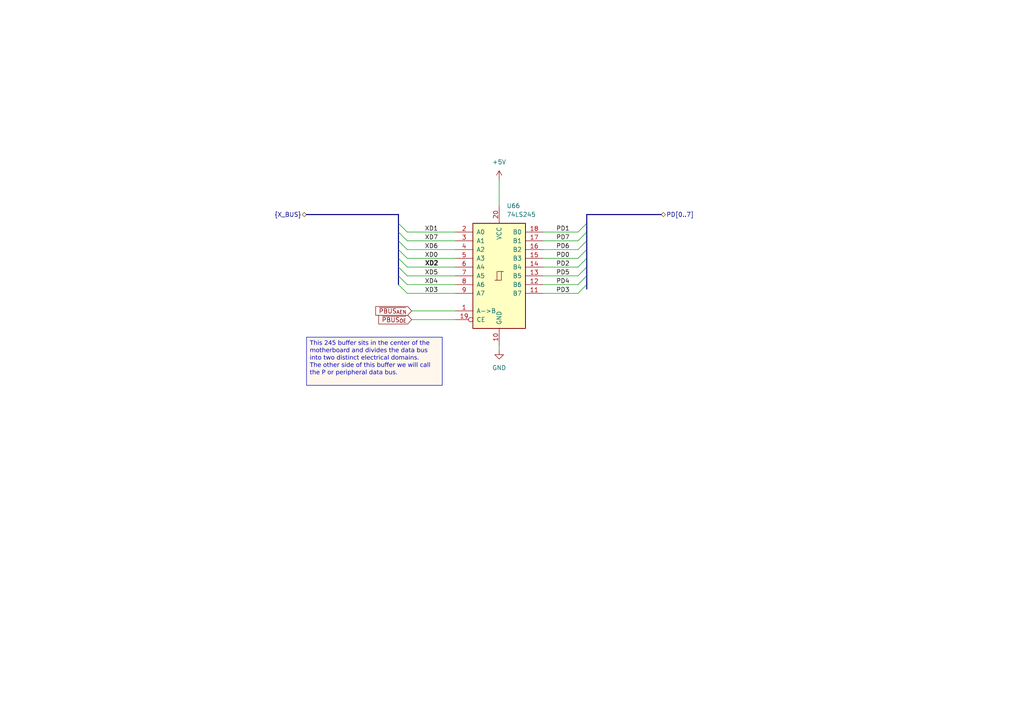
<source format=kicad_sch>
(kicad_sch (version 20250114) (generator "eeschema") (generator_version "9.0")
  (paper "A4")
  (lib_symbols
    (symbol "74xx:74LS245" (pin_names (offset 1.016))
      (property "Reference" "U" (at -7.62 16.51 0))
      (property "Value" "74LS245" (at -7.62 -16.51 0))
      (symbol "74LS245_1_0"
        (polyline (pts (xy -1.27 -1.27) (xy 0.635 -1.27) (xy 0.635 1.27) (xy 1.27 1.27)))
        (polyline (pts (xy -0.635 -1.27) (xy -0.635 1.27) (xy 0.635 1.27)))
        (pin tri_state line (at -12.7 12.7 0) (length 5.08) (name "A0") (number "2"))
        (pin tri_state line (at -12.7 10.16 0) (length 5.08) (name "A1") (number "3"))
        (pin tri_state line (at -12.7 7.62 0) (length 5.08) (name "A2") (number "4"))
        (pin tri_state line (at -12.7 5.08 0) (length 5.08) (name "A3") (number "5"))
        (pin tri_state line (at -12.7 2.54 0) (length 5.08) (name "A4") (number "6"))
        (pin tri_state line (at -12.7 0 0) (length 5.08) (name "A5") (number "7"))
        (pin tri_state line (at -12.7 -2.54 0) (length 5.08) (name "A6") (number "8"))
        (pin tri_state line (at -12.7 -5.08 0) (length 5.08) (name "A7") (number "9"))
        (pin input line (at -12.7 -10.16 0) (length 5.08) (name "A->B") (number "1"))
        (pin input inverted (at -12.7 -12.7 0) (length 5.08) (name "CE") (number "19"))
        (pin power_in line (at 0 20.32 270) (length 5.08) (name "VCC") (number "20"))
        (pin power_in line (at 0 -20.32 90) (length 5.08) (name "GND") (number "10"))
        (pin tri_state line (at 12.7 12.7 180) (length 5.08) (name "B0") (number "18"))
        (pin tri_state line (at 12.7 10.16 180) (length 5.08) (name "B1") (number "17"))
        (pin tri_state line (at 12.7 7.62 180) (length 5.08) (name "B2") (number "16"))
        (pin tri_state line (at 12.7 5.08 180) (length 5.08) (name "B3") (number "15"))
        (pin tri_state line (at 12.7 2.54 180) (length 5.08) (name "B4") (number "14"))
        (pin tri_state line (at 12.7 0 180) (length 5.08) (name "B5") (number "13"))
        (pin tri_state line (at 12.7 -2.54 180) (length 5.08) (name "B6") (number "12"))
        (pin tri_state line (at 12.7 -5.08 180) (length 5.08) (name "B7") (number "11"))
      )
      (symbol "74LS245_1_1"
        (rectangle (start -7.62 15.24) (end 7.62 -15.24) (stroke (width 0.254)) (fill (type background)))
      )
    )
    (symbol "power:+5V" (power) (pin_numbers (hide yes)) (pin_names (offset 0) (hide yes))
      (property "Value" "+5V" (at 0 3.556 0))
      (symbol "+5V_0_1"
        (polyline (pts (xy -0.762 1.27) (xy 0 2.54)))
        (polyline (pts (xy 0 2.54) (xy 0.762 1.27)))
        (polyline (pts (xy 0 0) (xy 0 2.54)))
      )
      (symbol "+5V_1_1"
        (pin power_in line (at 0 0 90) (length 0) (name "~") (number "1"))
      )
    )
    (symbol "power:GND" (power) (pin_numbers (hide yes)) (pin_names (offset 0) (hide yes))
      (property "Value" "GND" (at 0 -3.81 0))
      (symbol "GND_0_1"
        (polyline (pts (xy 0 0) (xy 0 -1.27) (xy 1.27 -1.27) (xy 0 -2.54) (xy -1.27 -1.27) (xy 0 -1.27)))
      )
      (symbol "GND_1_1"
        (pin power_in line (at 0 0 270) (length 0) (name "~") (number "1"))
      )
    )
  )
  (text_box "This 245 buffer sits in the center of the motherboard and divides the data bus into two distinct electrical domains.\nThe other side of this buffer we will call the P or peripheral data bus." (at 88.9 97.79 0) (size 39.37 13.97) (margins 0.9525 0.9525 0.9525 0.9525) (fill (type color) (color 255 229 191 0.29)) (effects (font (size 1.27 1.27)) (justify left top)))
  (bus_entry (at 170.18 69.85) (size -2.54 2.54))
  (bus_entry (at 115.57 72.39) (size 2.54 2.54))
  (bus_entry (at 115.57 82.55) (size 2.54 2.54))
  (bus_entry (at 170.18 77.47) (size -2.54 2.54))
  (bus_entry (at 115.57 69.85) (size 2.54 2.54))
  (bus_entry (at 115.57 80.01) (size 2.54 2.54))
  (bus_entry (at 170.18 72.39) (size -2.54 2.54))
  (bus_entry (at 170.18 74.93) (size -2.54 2.54))
  (bus_entry (at 170.18 80.01) (size -2.54 2.54))
  (bus_entry (at 170.18 64.77) (size -2.54 2.54))
  (bus_entry (at 115.57 67.31) (size 2.54 2.54))
  (bus_entry (at 170.18 82.55) (size -2.54 2.54))
  (bus_entry (at 115.57 77.47) (size 2.54 2.54))
  (bus_entry (at 170.18 67.31) (size -2.54 2.54))
  (bus_entry (at 115.57 64.77) (size 2.54 2.54))
  (bus_entry (at 115.57 74.93) (size 2.54 2.54))
  (bus (pts (xy 170.18 80.01) (xy 170.18 77.47)))
  (wire (pts (xy 118.11 74.93) (xy 132.08 74.93)))
  (wire (pts (xy 144.78 52.07) (xy 144.78 59.69)))
  (bus (pts (xy 88.9 62.23) (xy 115.57 62.23)))
  (wire (pts (xy 119.38 90.17) (xy 132.08 90.17)))
  (bus (pts (xy 115.57 67.31) (xy 115.57 69.85)))
  (bus (pts (xy 115.57 72.39) (xy 115.57 74.93)))
  (bus (pts (xy 170.18 72.39) (xy 170.18 69.85)))
  (wire (pts (xy 157.48 72.39) (xy 167.64 72.39)))
  (wire (pts (xy 157.48 80.01) (xy 167.64 80.01)))
  (bus (pts (xy 115.57 74.93) (xy 115.57 77.47)))
  (bus (pts (xy 115.57 77.47) (xy 115.57 80.01)))
  (wire (pts (xy 118.11 77.47) (xy 132.08 77.47)))
  (wire (pts (xy 118.11 80.01) (xy 132.08 80.01)))
  (wire (pts (xy 157.48 67.31) (xy 167.64 67.31)))
  (bus (pts (xy 170.18 67.31) (xy 170.18 64.77)))
  (wire (pts (xy 119.38 92.71) (xy 132.08 92.71)))
  (wire (pts (xy 118.11 72.39) (xy 132.08 72.39)))
  (bus (pts (xy 170.18 69.85) (xy 170.18 67.31)))
  (bus (pts (xy 115.57 69.85) (xy 115.57 72.39)))
  (bus (pts (xy 170.18 83.82) (xy 170.18 82.55)))
  (wire (pts (xy 118.11 85.09) (xy 132.08 85.09)))
  (wire (pts (xy 157.48 77.47) (xy 167.64 77.47)))
  (bus (pts (xy 170.18 77.47) (xy 170.18 74.93)))
  (wire (pts (xy 157.48 82.55) (xy 167.64 82.55)))
  (bus (pts (xy 115.57 80.01) (xy 115.57 82.55)))
  (bus (pts (xy 115.57 64.77) (xy 115.57 62.23)))
  (wire (pts (xy 157.48 74.93) (xy 167.64 74.93)))
  (wire (pts (xy 157.48 85.09) (xy 167.64 85.09)))
  (bus (pts (xy 170.18 64.77) (xy 170.18 62.23)))
  (wire (pts (xy 118.11 69.85) (xy 132.08 69.85)))
  (bus (pts (xy 170.18 74.93) (xy 170.18 72.39)))
  (wire (pts (xy 118.11 82.55) (xy 132.08 82.55)))
  (bus (pts (xy 170.18 82.55) (xy 170.18 80.01)))
  (bus (pts (xy 115.57 64.77) (xy 115.57 67.31)))
  (bus (pts (xy 170.18 62.23) (xy 191.77 62.23)))
  (wire (pts (xy 144.78 100.33) (xy 144.78 101.6)))
  (wire (pts (xy 157.48 69.85) (xy 167.64 69.85)))
  (wire (pts (xy 118.11 67.31) (xy 132.08 67.31)))
  (label "XD6" (at 123.19 72.39 0))
  (label "PD4" (at 161.29 82.55 0))
  (label "XD1" (at 123.19 67.31 0))
  (label "XD7" (at 123.19 69.85 0))
  (label "PD6" (at 161.29 72.39 0))
  (label "XD2" (at 123.19 77.47 0) (effects (font (thickness 0.254) (bold yes))))
  (label "XD4" (at 123.19 82.55 0))
  (label "XD3" (at 123.19 85.09 0))
  (label "PD2" (at 161.29 77.47 0))
  (label "PD0" (at 161.29 74.93 0))
  (label "XD5" (at 123.19 80.01 0))
  (label "XD0" (at 123.19 74.93 0))
  (label "PD7" (at 161.29 69.85 0))
  (label "PD3" (at 161.29 85.09 0))
  (label "PD5" (at 161.29 80.01 0))
  (label "PD1" (at 161.29 67.31 0))
  (global_label "~{PBUS_{AEN}}" (shape input) (at 119.38 90.17 180) (property "Intersheetrefs" "${INTERSHEET_REFS}" (effects (hide yes))))
  (global_label "~{PBUS_{OE}}" (shape input) (at 119.38 92.71 180) (property "Intersheetrefs" "${INTERSHEET_REFS}" (effects (hide yes))))
  (hierarchical_label "PD[0..7]" (shape bidirectional) (at 191.77 62.23 0))
  (hierarchical_label "{X_BUS}" (shape bidirectional) (at 88.9 62.23 180))
  (symbol (lib_id "power:+5V") (at 144.78 52.07 0) (unit 1)
    (property "Reference" "#PWR084" (effects (hide yes)))
    (property "Value" "+5V" (at 144.78 46.99 0))
    (property "Description" "Power symbol creates a global label with name \"+5V\"" (effects (hide yes)))
  )
  (symbol (lib_id "power:GND") (at 144.78 101.6 0) (mirror y) (unit 1)
    (property "Reference" "#PWR033" (effects (hide yes)))
    (property "Value" "GND" (at 144.78 106.68 0))
    (property "Description" "Power symbol creates a global label with name \"GND\" , ground" (effects (hide yes)))
  )
  (symbol (lib_id "74xx:74LS245") (at 144.78 80.01 0) (unit 1)
    (property "Reference" "U66" (at 146.9233 59.69 0) (effects (justify left)))
    (property "Value" "74LS245" (at 146.9233 62.23 0) (effects (justify left)))
    (property "Footprint" "Package_DIP:DIP-20_W7.62mm" (effects (hide yes)))
    (property "Datasheet" "http://www.ti.com/lit/gpn/sn74LS245" (effects (hide yes)))
    (property "Description" "Octal BUS Transceivers, 3-State outputs" (effects (hide yes)))
  )
)
</source>
